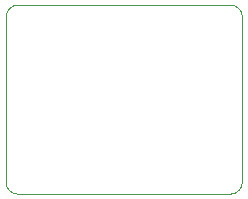
<source format=gm1>
%TF.GenerationSoftware,KiCad,Pcbnew,6.0.4-6f826c9f35~116~ubuntu20.04.1*%
%TF.CreationDate,2022-04-19T18:42:40+07:00*%
%TF.ProjectId,pmod-led-array-8,706d6f64-2d6c-4656-942d-61727261792d,1.0*%
%TF.SameCoordinates,Original*%
%TF.FileFunction,Profile,NP*%
%FSLAX46Y46*%
G04 Gerber Fmt 4.6, Leading zero omitted, Abs format (unit mm)*
G04 Created by KiCad (PCBNEW 6.0.4-6f826c9f35~116~ubuntu20.04.1) date 2022-04-19 18:42:40*
%MOMM*%
%LPD*%
G01*
G04 APERTURE LIST*
%TA.AperFunction,Profile*%
%ADD10C,0.025400*%
%TD*%
G04 APERTURE END LIST*
D10*
X161955600Y-89998600D02*
X179960000Y-90000000D01*
X180962000Y-74994000D02*
G75*
G03*
X179962000Y-73994000I-1000000J0D01*
G01*
X161961600Y-73996600D02*
X179962000Y-73994000D01*
X179960000Y-90000000D02*
G75*
G03*
X180960000Y-89000000I0J1000000D01*
G01*
X161961600Y-73996600D02*
G75*
G03*
X160961600Y-74996600I0J-1000000D01*
G01*
X160955600Y-88998600D02*
G75*
G03*
X161955600Y-89998600I1000000J0D01*
G01*
X180960000Y-89000000D02*
X180962000Y-74994000D01*
X160955600Y-88998600D02*
X160961600Y-74996600D01*
M02*

</source>
